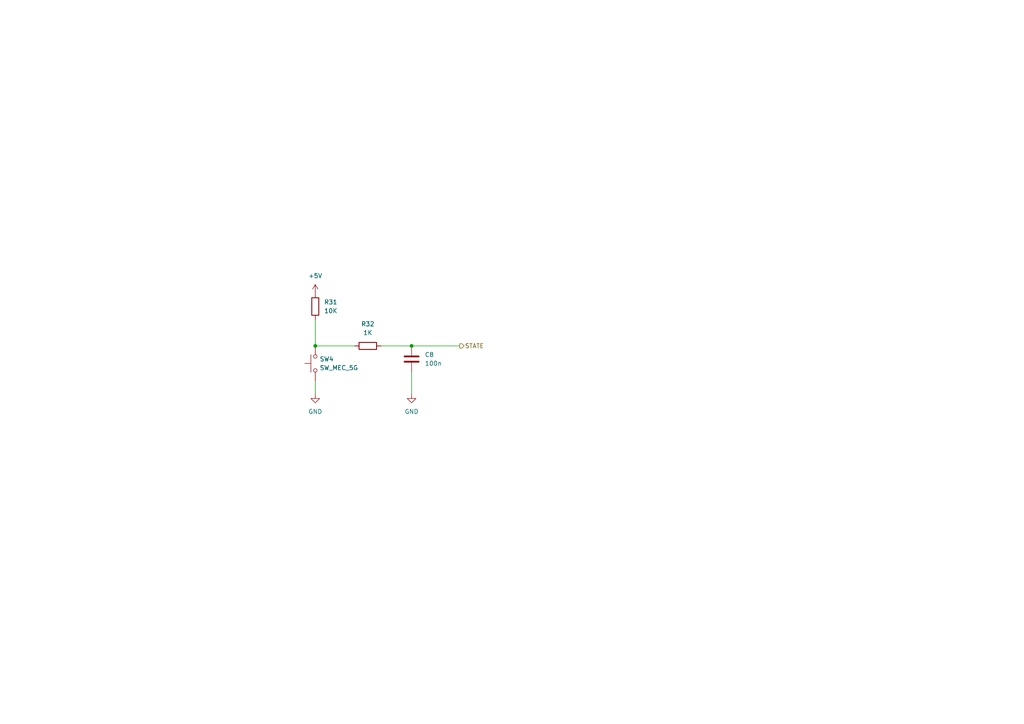
<source format=kicad_sch>
(kicad_sch (version 20211123) (generator eeschema)
  (paper "A4")
  (lib_symbols
    (symbol "Device:C" (pin_numbers hide) (pin_names (offset 0.254))
      (property "Reference" "C" (at 0.635 2.54 0))
      (property "Value" "C" (at 0.635 -2.54 0))
      (symbol "C_0_1"
        (polyline (pts (xy -2.032 -0.762) (xy 2.032 -0.762)) (stroke (width 0.508)))
        (polyline (pts (xy -2.032 0.762) (xy 2.032 0.762)) (stroke (width 0.508)))
      )
      (symbol "C_1_1"
        (pin passive line (at 0 3.81 270) (length 2.794) (name "~") (number "1"))
        (pin passive line (at 0 -3.81 90) (length 2.794) (name "~") (number "2"))
      )
    )
    (symbol "Device:R" (pin_numbers hide) (pin_names (offset 0))
      (property "Reference" "R" (at 2.032 0 90))
      (property "Value" "R" (at 0 0 90))
      (symbol "R_0_1"
        (rectangle (start -1.016 -2.54) (end 1.016 2.54) (stroke (width 0.254)))
      )
      (symbol "R_1_1"
        (pin passive line (at 0 3.81 270) (length 1.27) (name "~") (number "1"))
        (pin passive line (at 0 -3.81 90) (length 1.27) (name "~") (number "2"))
      )
    )
    (symbol "Switch:SW_MEC_5G" (pin_numbers hide) (pin_names (offset 1.016) hide)
      (property "Reference" "SW" (at 1.27 2.54 0))
      (property "Value" "SW_MEC_5G" (at 0 -1.524 0))
      (symbol "SW_MEC_5G_0_1"
        (circle (center -2.032 0) (radius 0.508))
        (polyline (pts (xy 0 1.27) (xy 0 3.048)))
        (polyline (pts (xy 2.54 1.27) (xy -2.54 1.27)))
        (circle (center 2.032 0) (radius 0.508))
        (pin passive line (at -5.08 0 0) (length 2.54) (name "A") (number "1"))
        (pin passive line (at 5.08 0 180) (length 2.54) (name "B") (number "3"))
      )
      (symbol "SW_MEC_5G_1_1"
        (pin passive line (at -5.08 0 0) (length 2.54) hide (name "A") (number "2"))
        (pin passive line (at 5.08 0 180) (length 2.54) hide (name "B") (number "4"))
      )
    )
    (symbol "power:+5V" (power) (pin_names (offset 0))
      (property "Value" "+5V" (at 0 3.556 0))
      (symbol "+5V_0_1"
        (polyline (pts (xy -0.762 1.27) (xy 0 2.54)))
        (polyline (pts (xy 0 0) (xy 0 2.54)))
        (polyline (pts (xy 0 2.54) (xy 0.762 1.27)))
      )
      (symbol "+5V_1_1"
        (pin power_in line (at 0 0 90) (length 0) hide (name "+5V") (number "1"))
      )
    )
    (symbol "power:GND" (power) (pin_names (offset 0))
      (property "Value" "GND" (at 0 -3.81 0))
      (symbol "GND_0_1"
        (polyline (pts (xy 0 0) (xy 0 -1.27) (xy 1.27 -1.27) (xy 0 -2.54) (xy -1.27 -1.27) (xy 0 -1.27)))
      )
      (symbol "GND_1_1"
        (pin power_in line (at 0 0 270) (length 0) hide (name "GND") (number "1"))
      )
    )
  )
  (junction (at 91.44 100.33))
  (junction (at 119.38 100.33))
  (wire (pts (xy 119.38 114.3) (xy 119.38 107.95)))
  (wire (pts (xy 91.44 100.33) (xy 102.87 100.33)))
  (wire (pts (xy 91.44 92.71) (xy 91.44 100.33)))
  (wire (pts (xy 119.38 100.33) (xy 133.35 100.33)))
  (wire (pts (xy 110.49 100.33) (xy 119.38 100.33)))
  (wire (pts (xy 91.44 110.49) (xy 91.44 114.3)))
  (hierarchical_label "STATE" (shape output) (at 133.35 100.33 0))
  (symbol (lib_id "Switch:SW_MEC_5G") (at 91.44 105.41 90) (unit 1)
    (property "Reference" "SW4" (at 92.71 104.1399 90) (effects (justify right)))
    (property "Value" "SW_MEC_5G" (at 92.71 106.6799 90) (effects (justify right)))
    (property "Footprint" "Connector_PinHeader_2.54mm:PinHeader_2x02_P2.54mm_Vertical" (effects hide))
    (property "Datasheet" "http://www.apem.com/int/index.php?controller=attachment&id_attachment=488" (effects hide))
  )
  (symbol (lib_id "power:GND") (at 91.44 114.3 0) (unit 1)
    (property "Reference" "#PWR0131" (effects hide))
    (property "Value" "GND" (at 91.44 119.38 0))
  )
  (symbol (lib_id "Device:C") (at 119.38 104.14 0) (unit 1)
    (property "Reference" "C8" (at 123.19 102.8699 0) (effects (justify left)))
    (property "Value" "100n" (at 123.19 105.4099 0) (effects (justify left)))
    (property "Footprint" "Capacitor_THT:CP_Radial_D6.3mm_P2.50mm" (effects hide))
  )
  (symbol (lib_id "power:+5V") (at 91.44 85.09 0) (unit 1)
    (property "Reference" "#PWR0129" (effects hide))
    (property "Value" "+5V" (at 91.44 80.01 0))
  )
  (symbol (lib_id "power:GND") (at 119.38 114.3 0) (unit 1)
    (property "Reference" "#PWR0130" (effects hide))
    (property "Value" "GND" (at 119.38 119.38 0))
  )
  (symbol (lib_id "Device:R") (at 91.44 88.9 180) (unit 1)
    (property "Reference" "R31" (at 93.98 87.6299 0) (effects (justify right)))
    (property "Value" "10K" (at 93.98 90.1699 0) (effects (justify right)))
    (property "Footprint" "Resistor_THT:R_Axial_DIN0207_L6.3mm_D2.5mm_P7.62mm_Horizontal" (effects hide))
  )
  (symbol (lib_id "Device:R") (at 106.68 100.33 90) (unit 1)
    (property "Reference" "R32" (at 106.68 93.98 90))
    (property "Value" "1K" (at 106.68 96.52 90))
    (property "Footprint" "Resistor_THT:R_Axial_DIN0207_L6.3mm_D2.5mm_P7.62mm_Horizontal" (effects hide))
  )
)
</source>
